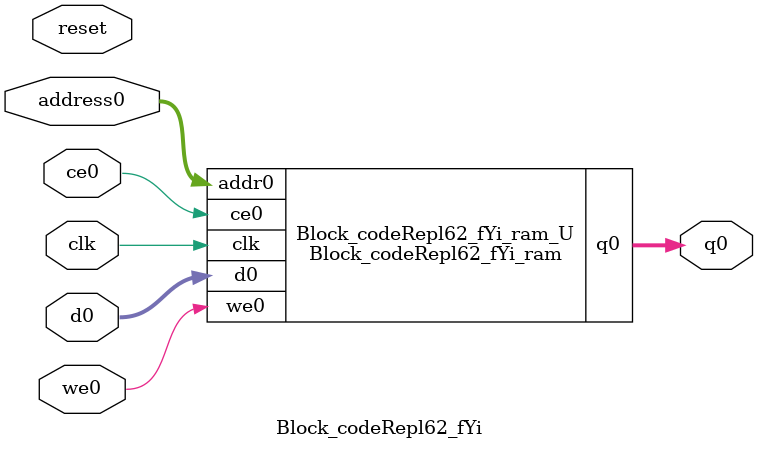
<source format=v>
`timescale 1 ns / 1 ps
module Block_codeRepl62_fYi_ram (addr0, ce0, d0, we0, q0,  clk);

parameter DWIDTH = 16;
parameter AWIDTH = 9;
parameter MEM_SIZE = 512;

input[AWIDTH-1:0] addr0;
input ce0;
input[DWIDTH-1:0] d0;
input we0;
output reg[DWIDTH-1:0] q0;
input clk;

(* ram_style = "block" *)reg [DWIDTH-1:0] ram[0:MEM_SIZE-1];




always @(posedge clk)  
begin 
    if (ce0) begin
        if (we0) 
            ram[addr0] <= d0; 
        q0 <= ram[addr0];
    end
end


endmodule

`timescale 1 ns / 1 ps
module Block_codeRepl62_fYi(
    reset,
    clk,
    address0,
    ce0,
    we0,
    d0,
    q0);

parameter DataWidth = 32'd16;
parameter AddressRange = 32'd512;
parameter AddressWidth = 32'd9;
input reset;
input clk;
input[AddressWidth - 1:0] address0;
input ce0;
input we0;
input[DataWidth - 1:0] d0;
output[DataWidth - 1:0] q0;



Block_codeRepl62_fYi_ram Block_codeRepl62_fYi_ram_U(
    .clk( clk ),
    .addr0( address0 ),
    .ce0( ce0 ),
    .we0( we0 ),
    .d0( d0 ),
    .q0( q0 ));

endmodule


</source>
